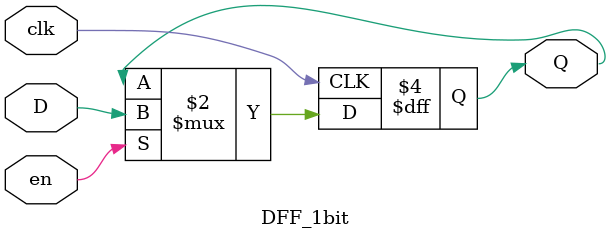
<source format=v>
`timescale 1ns / 1ps


module DFF_1bit(
    input D,  
    input clk,
    input en,
    output reg Q
);

always @(posedge clk) 
    if (en) begin
        Q <= D; 
    end 
endmodule 

</source>
